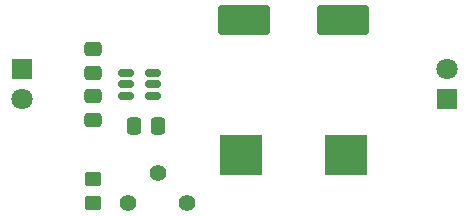
<source format=gts>
G04 #@! TF.GenerationSoftware,KiCad,Pcbnew,8.0.3*
G04 #@! TF.CreationDate,2024-07-15T18:44:28+02:00*
G04 #@! TF.ProjectId,DCDC,44434443-2e6b-4696-9361-645f70636258,rev?*
G04 #@! TF.SameCoordinates,Original*
G04 #@! TF.FileFunction,Soldermask,Top*
G04 #@! TF.FilePolarity,Negative*
%FSLAX46Y46*%
G04 Gerber Fmt 4.6, Leading zero omitted, Abs format (unit mm)*
G04 Created by KiCad (PCBNEW 8.0.3) date 2024-07-15 18:44:28*
%MOMM*%
%LPD*%
G01*
G04 APERTURE LIST*
G04 Aperture macros list*
%AMRoundRect*
0 Rectangle with rounded corners*
0 $1 Rounding radius*
0 $2 $3 $4 $5 $6 $7 $8 $9 X,Y pos of 4 corners*
0 Add a 4 corners polygon primitive as box body*
4,1,4,$2,$3,$4,$5,$6,$7,$8,$9,$2,$3,0*
0 Add four circle primitives for the rounded corners*
1,1,$1+$1,$2,$3*
1,1,$1+$1,$4,$5*
1,1,$1+$1,$6,$7*
1,1,$1+$1,$8,$9*
0 Add four rect primitives between the rounded corners*
20,1,$1+$1,$2,$3,$4,$5,0*
20,1,$1+$1,$4,$5,$6,$7,0*
20,1,$1+$1,$6,$7,$8,$9,0*
20,1,$1+$1,$8,$9,$2,$3,0*%
G04 Aperture macros list end*
%ADD10RoundRect,0.150000X0.512500X0.150000X-0.512500X0.150000X-0.512500X-0.150000X0.512500X-0.150000X0*%
%ADD11C,1.400000*%
%ADD12RoundRect,0.250000X0.450000X-0.350000X0.450000X0.350000X-0.450000X0.350000X-0.450000X-0.350000X0*%
%ADD13R,3.550000X3.500000*%
%ADD14R,1.800000X1.800000*%
%ADD15C,1.800000*%
%ADD16RoundRect,0.250000X-0.475000X0.337500X-0.475000X-0.337500X0.475000X-0.337500X0.475000X0.337500X0*%
%ADD17RoundRect,0.250000X0.475000X-0.337500X0.475000X0.337500X-0.475000X0.337500X-0.475000X-0.337500X0*%
%ADD18RoundRect,0.250000X1.950000X1.000000X-1.950000X1.000000X-1.950000X-1.000000X1.950000X-1.000000X0*%
%ADD19RoundRect,0.250000X-0.337500X-0.475000X0.337500X-0.475000X0.337500X0.475000X-0.337500X0.475000X0*%
G04 APERTURE END LIST*
D10*
X100767500Y-117355000D03*
X100767500Y-116405000D03*
X100767500Y-115455000D03*
X98492500Y-115455000D03*
X98492500Y-116405000D03*
X98492500Y-117355000D03*
D11*
X103630000Y-126405000D03*
X101130000Y-123905000D03*
X98630000Y-126405000D03*
D12*
X95630000Y-124405000D03*
X95630000Y-126405000D03*
D13*
X108155000Y-122405000D03*
X117105000Y-122405000D03*
D14*
X125630000Y-117675000D03*
D15*
X125630000Y-115135000D03*
D14*
X89630000Y-115135000D03*
D15*
X89630000Y-117675000D03*
D16*
X95630000Y-117367500D03*
X95630000Y-119442500D03*
D17*
X95630000Y-115442500D03*
X95630000Y-113367500D03*
D18*
X116830000Y-110905000D03*
X108430000Y-110905000D03*
D19*
X99092500Y-119905000D03*
X101167500Y-119905000D03*
M02*

</source>
